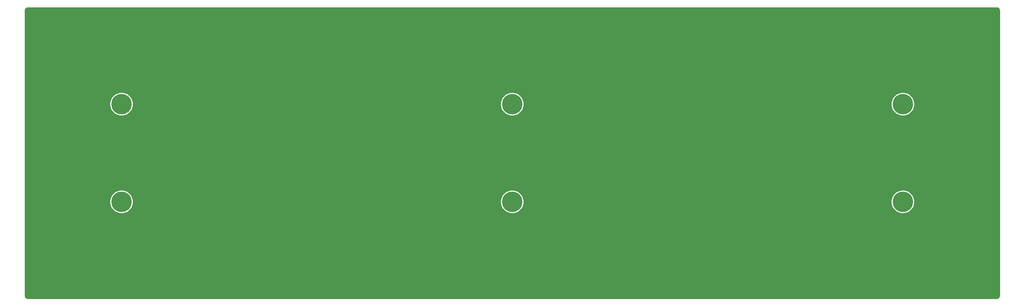
<source format=gbr>
G04 #@! TF.GenerationSoftware,KiCad,Pcbnew,(5.1.4)-1*
G04 #@! TF.CreationDate,2020-11-05T18:39:36-08:00*
G04 #@! TF.ProjectId,bottom,626f7474-6f6d-42e6-9b69-6361645f7063,rev?*
G04 #@! TF.SameCoordinates,Original*
G04 #@! TF.FileFunction,Copper,L2,Bot*
G04 #@! TF.FilePolarity,Positive*
%FSLAX46Y46*%
G04 Gerber Fmt 4.6, Leading zero omitted, Abs format (unit mm)*
G04 Created by KiCad (PCBNEW (5.1.4)-1) date 2020-11-05 18:39:36*
%MOMM*%
%LPD*%
G04 APERTURE LIST*
%ADD10C,0.500000*%
%ADD11C,4.000000*%
%ADD12C,0.254000*%
G04 APERTURE END LIST*
D10*
X33603750Y-50533750D03*
X31483750Y-50533750D03*
X31483750Y-52653750D03*
X33603750Y-52653750D03*
X32543750Y-50093750D03*
X32543750Y-53093750D03*
X31043750Y-51593750D03*
X34043750Y-51593750D03*
D11*
X32543750Y-51593750D03*
D10*
X109803750Y-50533750D03*
X107683750Y-50533750D03*
X107683750Y-52653750D03*
X109803750Y-52653750D03*
X108743750Y-50093750D03*
X108743750Y-53093750D03*
X107243750Y-51593750D03*
X110243750Y-51593750D03*
D11*
X108743750Y-51593750D03*
D10*
X186003750Y-50533750D03*
X183883750Y-50533750D03*
X183883750Y-52653750D03*
X186003750Y-52653750D03*
X184943750Y-50093750D03*
X184943750Y-53093750D03*
X183443750Y-51593750D03*
X186443750Y-51593750D03*
D11*
X184943750Y-51593750D03*
D10*
X33603750Y-31483750D03*
X31483750Y-31483750D03*
X31483750Y-33603750D03*
X33603750Y-33603750D03*
X32543750Y-31043750D03*
X32543750Y-34043750D03*
X31043750Y-32543750D03*
X34043750Y-32543750D03*
D11*
X32543750Y-32543750D03*
D10*
X186003750Y-31483750D03*
X183883750Y-31483750D03*
X183883750Y-33603750D03*
X186003750Y-33603750D03*
X184943750Y-31043750D03*
X184943750Y-34043750D03*
X183443750Y-32543750D03*
X186443750Y-32543750D03*
D11*
X184943750Y-32543750D03*
D10*
X109803750Y-31483750D03*
X107683750Y-31483750D03*
X107683750Y-33603750D03*
X109803750Y-33603750D03*
X108743750Y-31043750D03*
X108743750Y-34043750D03*
X107243750Y-32543750D03*
X110243750Y-32543750D03*
D11*
X108743750Y-32543750D03*
D12*
G36*
X203304993Y-13757253D02*
G01*
X203405982Y-13787743D01*
X203499129Y-13837270D01*
X203580886Y-13903949D01*
X203648128Y-13985231D01*
X203698306Y-14078034D01*
X203729502Y-14178812D01*
X203741751Y-14295352D01*
X203741750Y-69837678D01*
X203730247Y-69954992D01*
X203699757Y-70055981D01*
X203650228Y-70149131D01*
X203583551Y-70230886D01*
X203502269Y-70298128D01*
X203409466Y-70348306D01*
X203308692Y-70379501D01*
X203192158Y-70391750D01*
X14299822Y-70391750D01*
X14182508Y-70380247D01*
X14081519Y-70349757D01*
X13988369Y-70300228D01*
X13906614Y-70233551D01*
X13839372Y-70152269D01*
X13789194Y-70059466D01*
X13757999Y-69958692D01*
X13745750Y-69842158D01*
X13745750Y-51364561D01*
X30216750Y-51364561D01*
X30216750Y-51822939D01*
X30306176Y-52272511D01*
X30481590Y-52695998D01*
X30736251Y-53077126D01*
X31060374Y-53401249D01*
X31441502Y-53655910D01*
X31864989Y-53831324D01*
X32314561Y-53920750D01*
X32772939Y-53920750D01*
X33222511Y-53831324D01*
X33645998Y-53655910D01*
X34027126Y-53401249D01*
X34351249Y-53077126D01*
X34605910Y-52695998D01*
X34781324Y-52272511D01*
X34870750Y-51822939D01*
X34870750Y-51364561D01*
X106416750Y-51364561D01*
X106416750Y-51822939D01*
X106506176Y-52272511D01*
X106681590Y-52695998D01*
X106936251Y-53077126D01*
X107260374Y-53401249D01*
X107641502Y-53655910D01*
X108064989Y-53831324D01*
X108514561Y-53920750D01*
X108972939Y-53920750D01*
X109422511Y-53831324D01*
X109845998Y-53655910D01*
X110227126Y-53401249D01*
X110551249Y-53077126D01*
X110805910Y-52695998D01*
X110981324Y-52272511D01*
X111070750Y-51822939D01*
X111070750Y-51364561D01*
X182616750Y-51364561D01*
X182616750Y-51822939D01*
X182706176Y-52272511D01*
X182881590Y-52695998D01*
X183136251Y-53077126D01*
X183460374Y-53401249D01*
X183841502Y-53655910D01*
X184264989Y-53831324D01*
X184714561Y-53920750D01*
X185172939Y-53920750D01*
X185622511Y-53831324D01*
X186045998Y-53655910D01*
X186427126Y-53401249D01*
X186751249Y-53077126D01*
X187005910Y-52695998D01*
X187181324Y-52272511D01*
X187270750Y-51822939D01*
X187270750Y-51364561D01*
X187181324Y-50914989D01*
X187005910Y-50491502D01*
X186751249Y-50110374D01*
X186427126Y-49786251D01*
X186045998Y-49531590D01*
X185622511Y-49356176D01*
X185172939Y-49266750D01*
X184714561Y-49266750D01*
X184264989Y-49356176D01*
X183841502Y-49531590D01*
X183460374Y-49786251D01*
X183136251Y-50110374D01*
X182881590Y-50491502D01*
X182706176Y-50914989D01*
X182616750Y-51364561D01*
X111070750Y-51364561D01*
X110981324Y-50914989D01*
X110805910Y-50491502D01*
X110551249Y-50110374D01*
X110227126Y-49786251D01*
X109845998Y-49531590D01*
X109422511Y-49356176D01*
X108972939Y-49266750D01*
X108514561Y-49266750D01*
X108064989Y-49356176D01*
X107641502Y-49531590D01*
X107260374Y-49786251D01*
X106936251Y-50110374D01*
X106681590Y-50491502D01*
X106506176Y-50914989D01*
X106416750Y-51364561D01*
X34870750Y-51364561D01*
X34781324Y-50914989D01*
X34605910Y-50491502D01*
X34351249Y-50110374D01*
X34027126Y-49786251D01*
X33645998Y-49531590D01*
X33222511Y-49356176D01*
X32772939Y-49266750D01*
X32314561Y-49266750D01*
X31864989Y-49356176D01*
X31441502Y-49531590D01*
X31060374Y-49786251D01*
X30736251Y-50110374D01*
X30481590Y-50491502D01*
X30306176Y-50914989D01*
X30216750Y-51364561D01*
X13745750Y-51364561D01*
X13745750Y-32314561D01*
X30216750Y-32314561D01*
X30216750Y-32772939D01*
X30306176Y-33222511D01*
X30481590Y-33645998D01*
X30736251Y-34027126D01*
X31060374Y-34351249D01*
X31441502Y-34605910D01*
X31864989Y-34781324D01*
X32314561Y-34870750D01*
X32772939Y-34870750D01*
X33222511Y-34781324D01*
X33645998Y-34605910D01*
X34027126Y-34351249D01*
X34351249Y-34027126D01*
X34605910Y-33645998D01*
X34781324Y-33222511D01*
X34870750Y-32772939D01*
X34870750Y-32314561D01*
X106416750Y-32314561D01*
X106416750Y-32772939D01*
X106506176Y-33222511D01*
X106681590Y-33645998D01*
X106936251Y-34027126D01*
X107260374Y-34351249D01*
X107641502Y-34605910D01*
X108064989Y-34781324D01*
X108514561Y-34870750D01*
X108972939Y-34870750D01*
X109422511Y-34781324D01*
X109845998Y-34605910D01*
X110227126Y-34351249D01*
X110551249Y-34027126D01*
X110805910Y-33645998D01*
X110981324Y-33222511D01*
X111070750Y-32772939D01*
X111070750Y-32314561D01*
X182616750Y-32314561D01*
X182616750Y-32772939D01*
X182706176Y-33222511D01*
X182881590Y-33645998D01*
X183136251Y-34027126D01*
X183460374Y-34351249D01*
X183841502Y-34605910D01*
X184264989Y-34781324D01*
X184714561Y-34870750D01*
X185172939Y-34870750D01*
X185622511Y-34781324D01*
X186045998Y-34605910D01*
X186427126Y-34351249D01*
X186751249Y-34027126D01*
X187005910Y-33645998D01*
X187181324Y-33222511D01*
X187270750Y-32772939D01*
X187270750Y-32314561D01*
X187181324Y-31864989D01*
X187005910Y-31441502D01*
X186751249Y-31060374D01*
X186427126Y-30736251D01*
X186045998Y-30481590D01*
X185622511Y-30306176D01*
X185172939Y-30216750D01*
X184714561Y-30216750D01*
X184264989Y-30306176D01*
X183841502Y-30481590D01*
X183460374Y-30736251D01*
X183136251Y-31060374D01*
X182881590Y-31441502D01*
X182706176Y-31864989D01*
X182616750Y-32314561D01*
X111070750Y-32314561D01*
X110981324Y-31864989D01*
X110805910Y-31441502D01*
X110551249Y-31060374D01*
X110227126Y-30736251D01*
X109845998Y-30481590D01*
X109422511Y-30306176D01*
X108972939Y-30216750D01*
X108514561Y-30216750D01*
X108064989Y-30306176D01*
X107641502Y-30481590D01*
X107260374Y-30736251D01*
X106936251Y-31060374D01*
X106681590Y-31441502D01*
X106506176Y-31864989D01*
X106416750Y-32314561D01*
X34870750Y-32314561D01*
X34781324Y-31864989D01*
X34605910Y-31441502D01*
X34351249Y-31060374D01*
X34027126Y-30736251D01*
X33645998Y-30481590D01*
X33222511Y-30306176D01*
X32772939Y-30216750D01*
X32314561Y-30216750D01*
X31864989Y-30306176D01*
X31441502Y-30481590D01*
X31060374Y-30736251D01*
X30736251Y-31060374D01*
X30481590Y-31441502D01*
X30306176Y-31864989D01*
X30216750Y-32314561D01*
X13745750Y-32314561D01*
X13745750Y-14299822D01*
X13757253Y-14182507D01*
X13787743Y-14081518D01*
X13837270Y-13988371D01*
X13903949Y-13906614D01*
X13985231Y-13839372D01*
X14078034Y-13789194D01*
X14178812Y-13757998D01*
X14295342Y-13745750D01*
X203187678Y-13745750D01*
X203304993Y-13757253D01*
X203304993Y-13757253D01*
G37*
X203304993Y-13757253D02*
X203405982Y-13787743D01*
X203499129Y-13837270D01*
X203580886Y-13903949D01*
X203648128Y-13985231D01*
X203698306Y-14078034D01*
X203729502Y-14178812D01*
X203741751Y-14295352D01*
X203741750Y-69837678D01*
X203730247Y-69954992D01*
X203699757Y-70055981D01*
X203650228Y-70149131D01*
X203583551Y-70230886D01*
X203502269Y-70298128D01*
X203409466Y-70348306D01*
X203308692Y-70379501D01*
X203192158Y-70391750D01*
X14299822Y-70391750D01*
X14182508Y-70380247D01*
X14081519Y-70349757D01*
X13988369Y-70300228D01*
X13906614Y-70233551D01*
X13839372Y-70152269D01*
X13789194Y-70059466D01*
X13757999Y-69958692D01*
X13745750Y-69842158D01*
X13745750Y-51364561D01*
X30216750Y-51364561D01*
X30216750Y-51822939D01*
X30306176Y-52272511D01*
X30481590Y-52695998D01*
X30736251Y-53077126D01*
X31060374Y-53401249D01*
X31441502Y-53655910D01*
X31864989Y-53831324D01*
X32314561Y-53920750D01*
X32772939Y-53920750D01*
X33222511Y-53831324D01*
X33645998Y-53655910D01*
X34027126Y-53401249D01*
X34351249Y-53077126D01*
X34605910Y-52695998D01*
X34781324Y-52272511D01*
X34870750Y-51822939D01*
X34870750Y-51364561D01*
X106416750Y-51364561D01*
X106416750Y-51822939D01*
X106506176Y-52272511D01*
X106681590Y-52695998D01*
X106936251Y-53077126D01*
X107260374Y-53401249D01*
X107641502Y-53655910D01*
X108064989Y-53831324D01*
X108514561Y-53920750D01*
X108972939Y-53920750D01*
X109422511Y-53831324D01*
X109845998Y-53655910D01*
X110227126Y-53401249D01*
X110551249Y-53077126D01*
X110805910Y-52695998D01*
X110981324Y-52272511D01*
X111070750Y-51822939D01*
X111070750Y-51364561D01*
X182616750Y-51364561D01*
X182616750Y-51822939D01*
X182706176Y-52272511D01*
X182881590Y-52695998D01*
X183136251Y-53077126D01*
X183460374Y-53401249D01*
X183841502Y-53655910D01*
X184264989Y-53831324D01*
X184714561Y-53920750D01*
X185172939Y-53920750D01*
X185622511Y-53831324D01*
X186045998Y-53655910D01*
X186427126Y-53401249D01*
X186751249Y-53077126D01*
X187005910Y-52695998D01*
X187181324Y-52272511D01*
X187270750Y-51822939D01*
X187270750Y-51364561D01*
X187181324Y-50914989D01*
X187005910Y-50491502D01*
X186751249Y-50110374D01*
X186427126Y-49786251D01*
X186045998Y-49531590D01*
X185622511Y-49356176D01*
X185172939Y-49266750D01*
X184714561Y-49266750D01*
X184264989Y-49356176D01*
X183841502Y-49531590D01*
X183460374Y-49786251D01*
X183136251Y-50110374D01*
X182881590Y-50491502D01*
X182706176Y-50914989D01*
X182616750Y-51364561D01*
X111070750Y-51364561D01*
X110981324Y-50914989D01*
X110805910Y-50491502D01*
X110551249Y-50110374D01*
X110227126Y-49786251D01*
X109845998Y-49531590D01*
X109422511Y-49356176D01*
X108972939Y-49266750D01*
X108514561Y-49266750D01*
X108064989Y-49356176D01*
X107641502Y-49531590D01*
X107260374Y-49786251D01*
X106936251Y-50110374D01*
X106681590Y-50491502D01*
X106506176Y-50914989D01*
X106416750Y-51364561D01*
X34870750Y-51364561D01*
X34781324Y-50914989D01*
X34605910Y-50491502D01*
X34351249Y-50110374D01*
X34027126Y-49786251D01*
X33645998Y-49531590D01*
X33222511Y-49356176D01*
X32772939Y-49266750D01*
X32314561Y-49266750D01*
X31864989Y-49356176D01*
X31441502Y-49531590D01*
X31060374Y-49786251D01*
X30736251Y-50110374D01*
X30481590Y-50491502D01*
X30306176Y-50914989D01*
X30216750Y-51364561D01*
X13745750Y-51364561D01*
X13745750Y-32314561D01*
X30216750Y-32314561D01*
X30216750Y-32772939D01*
X30306176Y-33222511D01*
X30481590Y-33645998D01*
X30736251Y-34027126D01*
X31060374Y-34351249D01*
X31441502Y-34605910D01*
X31864989Y-34781324D01*
X32314561Y-34870750D01*
X32772939Y-34870750D01*
X33222511Y-34781324D01*
X33645998Y-34605910D01*
X34027126Y-34351249D01*
X34351249Y-34027126D01*
X34605910Y-33645998D01*
X34781324Y-33222511D01*
X34870750Y-32772939D01*
X34870750Y-32314561D01*
X106416750Y-32314561D01*
X106416750Y-32772939D01*
X106506176Y-33222511D01*
X106681590Y-33645998D01*
X106936251Y-34027126D01*
X107260374Y-34351249D01*
X107641502Y-34605910D01*
X108064989Y-34781324D01*
X108514561Y-34870750D01*
X108972939Y-34870750D01*
X109422511Y-34781324D01*
X109845998Y-34605910D01*
X110227126Y-34351249D01*
X110551249Y-34027126D01*
X110805910Y-33645998D01*
X110981324Y-33222511D01*
X111070750Y-32772939D01*
X111070750Y-32314561D01*
X182616750Y-32314561D01*
X182616750Y-32772939D01*
X182706176Y-33222511D01*
X182881590Y-33645998D01*
X183136251Y-34027126D01*
X183460374Y-34351249D01*
X183841502Y-34605910D01*
X184264989Y-34781324D01*
X184714561Y-34870750D01*
X185172939Y-34870750D01*
X185622511Y-34781324D01*
X186045998Y-34605910D01*
X186427126Y-34351249D01*
X186751249Y-34027126D01*
X187005910Y-33645998D01*
X187181324Y-33222511D01*
X187270750Y-32772939D01*
X187270750Y-32314561D01*
X187181324Y-31864989D01*
X187005910Y-31441502D01*
X186751249Y-31060374D01*
X186427126Y-30736251D01*
X186045998Y-30481590D01*
X185622511Y-30306176D01*
X185172939Y-30216750D01*
X184714561Y-30216750D01*
X184264989Y-30306176D01*
X183841502Y-30481590D01*
X183460374Y-30736251D01*
X183136251Y-31060374D01*
X182881590Y-31441502D01*
X182706176Y-31864989D01*
X182616750Y-32314561D01*
X111070750Y-32314561D01*
X110981324Y-31864989D01*
X110805910Y-31441502D01*
X110551249Y-31060374D01*
X110227126Y-30736251D01*
X109845998Y-30481590D01*
X109422511Y-30306176D01*
X108972939Y-30216750D01*
X108514561Y-30216750D01*
X108064989Y-30306176D01*
X107641502Y-30481590D01*
X107260374Y-30736251D01*
X106936251Y-31060374D01*
X106681590Y-31441502D01*
X106506176Y-31864989D01*
X106416750Y-32314561D01*
X34870750Y-32314561D01*
X34781324Y-31864989D01*
X34605910Y-31441502D01*
X34351249Y-31060374D01*
X34027126Y-30736251D01*
X33645998Y-30481590D01*
X33222511Y-30306176D01*
X32772939Y-30216750D01*
X32314561Y-30216750D01*
X31864989Y-30306176D01*
X31441502Y-30481590D01*
X31060374Y-30736251D01*
X30736251Y-31060374D01*
X30481590Y-31441502D01*
X30306176Y-31864989D01*
X30216750Y-32314561D01*
X13745750Y-32314561D01*
X13745750Y-14299822D01*
X13757253Y-14182507D01*
X13787743Y-14081518D01*
X13837270Y-13988371D01*
X13903949Y-13906614D01*
X13985231Y-13839372D01*
X14078034Y-13789194D01*
X14178812Y-13757998D01*
X14295342Y-13745750D01*
X203187678Y-13745750D01*
X203304993Y-13757253D01*
M02*

</source>
